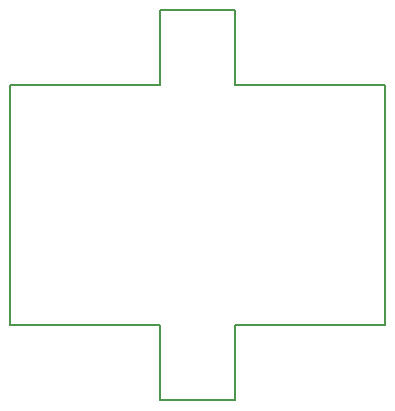
<source format=gm1>
G04 #@! TF.FileFunction,Profile,NP*
%FSLAX46Y46*%
G04 Gerber Fmt 4.6, Leading zero omitted, Abs format (unit mm)*
G04 Created by KiCad (PCBNEW 4.0.1-stable) date 6/21/2016 10:18:37 AM*
%MOMM*%
G01*
G04 APERTURE LIST*
%ADD10C,0.100000*%
%ADD11C,0.150000*%
G04 APERTURE END LIST*
D10*
D11*
X102870000Y-46990000D02*
X102870000Y-26670000D01*
X90170000Y-46990000D02*
X102870000Y-46990000D01*
X90170000Y-53340000D02*
X90170000Y-46990000D01*
X83820000Y-53340000D02*
X90170000Y-53340000D01*
X83820000Y-46990000D02*
X83820000Y-53340000D01*
X71120000Y-46990000D02*
X83820000Y-46990000D01*
X71120000Y-26670000D02*
X71120000Y-46990000D01*
X83820000Y-26670000D02*
X71120000Y-26670000D01*
X83820000Y-20320000D02*
X83820000Y-26670000D01*
X90170000Y-20320000D02*
X83820000Y-20320000D01*
X90170000Y-26670000D02*
X90170000Y-20320000D01*
X102870000Y-26670000D02*
X90170000Y-26670000D01*
M02*

</source>
